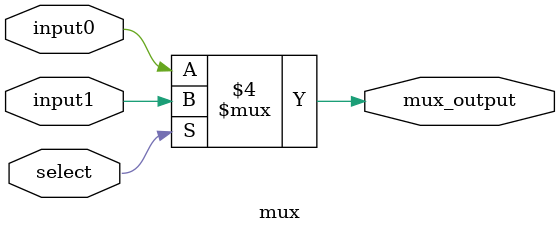
<source format=v>
module mux(input0, input1, select, mux_output);

input input0, input1;
input select;
output mux_output;
reg mux_output;

always @(input0 or input1 or select)
	if(select == 1'b0)
		mux_output = input0;
	else
		mux_output = input1;

endmodule
</source>
